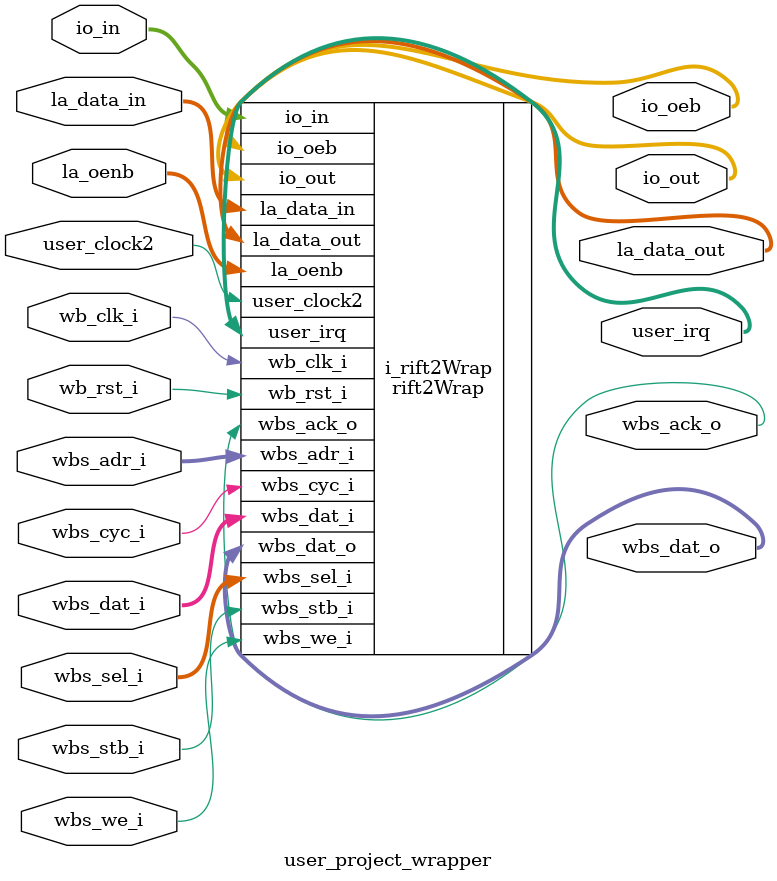
<source format=v>
module user_project_wrapper (user_clock2,
    wb_clk_i,
    wb_rst_i,
    wbs_ack_o,
    wbs_cyc_i,
    wbs_stb_i,
    wbs_we_i,
    io_in,
    io_oeb,
    io_out,
    la_data_in,
    la_data_out,
    la_oenb,
    user_irq,
    wbs_adr_i,
    wbs_dat_i,
    wbs_dat_o,
    wbs_sel_i);
 input user_clock2;
 input wb_clk_i;
 input wb_rst_i;
 output wbs_ack_o;
 input wbs_cyc_i;
 input wbs_stb_i;
 input wbs_we_i;
 input [37:0] io_in;
 output [37:0] io_oeb;
 output [37:0] io_out;
 input [63:0] la_data_in;
 output [63:0] la_data_out;
 input [63:0] la_oenb;
 output [2:0] user_irq;
 input [31:0] wbs_adr_i;
 input [31:0] wbs_dat_i;
 output [31:0] wbs_dat_o;
 input [3:0] wbs_sel_i;


 rift2Wrap i_rift2Wrap (.user_clock2(user_clock2),
    .wb_clk_i(wb_clk_i),
    .wb_rst_i(wb_rst_i),
    .wbs_ack_o(wbs_ack_o),
    .wbs_cyc_i(wbs_cyc_i),
    .wbs_stb_i(wbs_stb_i),
    .wbs_we_i(wbs_we_i),
    .io_in({io_in[37],
    io_in[36],
    io_in[35],
    io_in[34],
    io_in[33],
    io_in[32],
    io_in[31],
    io_in[30],
    io_in[29],
    io_in[28],
    io_in[27],
    io_in[26],
    io_in[25],
    io_in[24],
    io_in[23],
    io_in[22],
    io_in[21],
    io_in[20],
    io_in[19],
    io_in[18],
    io_in[17],
    io_in[16],
    io_in[15],
    io_in[14],
    io_in[13],
    io_in[12],
    io_in[11],
    io_in[10],
    io_in[9],
    io_in[8],
    io_in[7],
    io_in[6],
    io_in[5],
    io_in[4],
    io_in[3],
    io_in[2],
    io_in[1],
    io_in[0]}),
    .io_oeb({io_oeb[37],
    io_oeb[36],
    io_oeb[35],
    io_oeb[34],
    io_oeb[33],
    io_oeb[32],
    io_oeb[31],
    io_oeb[30],
    io_oeb[29],
    io_oeb[28],
    io_oeb[27],
    io_oeb[26],
    io_oeb[25],
    io_oeb[24],
    io_oeb[23],
    io_oeb[22],
    io_oeb[21],
    io_oeb[20],
    io_oeb[19],
    io_oeb[18],
    io_oeb[17],
    io_oeb[16],
    io_oeb[15],
    io_oeb[14],
    io_oeb[13],
    io_oeb[12],
    io_oeb[11],
    io_oeb[10],
    io_oeb[9],
    io_oeb[8],
    io_oeb[7],
    io_oeb[6],
    io_oeb[5],
    io_oeb[4],
    io_oeb[3],
    io_oeb[2],
    io_oeb[1],
    io_oeb[0]}),
    .io_out({io_out[37],
    io_out[36],
    io_out[35],
    io_out[34],
    io_out[33],
    io_out[32],
    io_out[31],
    io_out[30],
    io_out[29],
    io_out[28],
    io_out[27],
    io_out[26],
    io_out[25],
    io_out[24],
    io_out[23],
    io_out[22],
    io_out[21],
    io_out[20],
    io_out[19],
    io_out[18],
    io_out[17],
    io_out[16],
    io_out[15],
    io_out[14],
    io_out[13],
    io_out[12],
    io_out[11],
    io_out[10],
    io_out[9],
    io_out[8],
    io_out[7],
    io_out[6],
    io_out[5],
    io_out[4],
    io_out[3],
    io_out[2],
    io_out[1],
    io_out[0]}),
    .la_data_in({la_data_in[63],
    la_data_in[62],
    la_data_in[61],
    la_data_in[60],
    la_data_in[59],
    la_data_in[58],
    la_data_in[57],
    la_data_in[56],
    la_data_in[55],
    la_data_in[54],
    la_data_in[53],
    la_data_in[52],
    la_data_in[51],
    la_data_in[50],
    la_data_in[49],
    la_data_in[48],
    la_data_in[47],
    la_data_in[46],
    la_data_in[45],
    la_data_in[44],
    la_data_in[43],
    la_data_in[42],
    la_data_in[41],
    la_data_in[40],
    la_data_in[39],
    la_data_in[38],
    la_data_in[37],
    la_data_in[36],
    la_data_in[35],
    la_data_in[34],
    la_data_in[33],
    la_data_in[32],
    la_data_in[31],
    la_data_in[30],
    la_data_in[29],
    la_data_in[28],
    la_data_in[27],
    la_data_in[26],
    la_data_in[25],
    la_data_in[24],
    la_data_in[23],
    la_data_in[22],
    la_data_in[21],
    la_data_in[20],
    la_data_in[19],
    la_data_in[18],
    la_data_in[17],
    la_data_in[16],
    la_data_in[15],
    la_data_in[14],
    la_data_in[13],
    la_data_in[12],
    la_data_in[11],
    la_data_in[10],
    la_data_in[9],
    la_data_in[8],
    la_data_in[7],
    la_data_in[6],
    la_data_in[5],
    la_data_in[4],
    la_data_in[3],
    la_data_in[2],
    la_data_in[1],
    la_data_in[0]}),
    .la_data_out({la_data_out[63],
    la_data_out[62],
    la_data_out[61],
    la_data_out[60],
    la_data_out[59],
    la_data_out[58],
    la_data_out[57],
    la_data_out[56],
    la_data_out[55],
    la_data_out[54],
    la_data_out[53],
    la_data_out[52],
    la_data_out[51],
    la_data_out[50],
    la_data_out[49],
    la_data_out[48],
    la_data_out[47],
    la_data_out[46],
    la_data_out[45],
    la_data_out[44],
    la_data_out[43],
    la_data_out[42],
    la_data_out[41],
    la_data_out[40],
    la_data_out[39],
    la_data_out[38],
    la_data_out[37],
    la_data_out[36],
    la_data_out[35],
    la_data_out[34],
    la_data_out[33],
    la_data_out[32],
    la_data_out[31],
    la_data_out[30],
    la_data_out[29],
    la_data_out[28],
    la_data_out[27],
    la_data_out[26],
    la_data_out[25],
    la_data_out[24],
    la_data_out[23],
    la_data_out[22],
    la_data_out[21],
    la_data_out[20],
    la_data_out[19],
    la_data_out[18],
    la_data_out[17],
    la_data_out[16],
    la_data_out[15],
    la_data_out[14],
    la_data_out[13],
    la_data_out[12],
    la_data_out[11],
    la_data_out[10],
    la_data_out[9],
    la_data_out[8],
    la_data_out[7],
    la_data_out[6],
    la_data_out[5],
    la_data_out[4],
    la_data_out[3],
    la_data_out[2],
    la_data_out[1],
    la_data_out[0]}),
    .la_oenb({la_oenb[63],
    la_oenb[62],
    la_oenb[61],
    la_oenb[60],
    la_oenb[59],
    la_oenb[58],
    la_oenb[57],
    la_oenb[56],
    la_oenb[55],
    la_oenb[54],
    la_oenb[53],
    la_oenb[52],
    la_oenb[51],
    la_oenb[50],
    la_oenb[49],
    la_oenb[48],
    la_oenb[47],
    la_oenb[46],
    la_oenb[45],
    la_oenb[44],
    la_oenb[43],
    la_oenb[42],
    la_oenb[41],
    la_oenb[40],
    la_oenb[39],
    la_oenb[38],
    la_oenb[37],
    la_oenb[36],
    la_oenb[35],
    la_oenb[34],
    la_oenb[33],
    la_oenb[32],
    la_oenb[31],
    la_oenb[30],
    la_oenb[29],
    la_oenb[28],
    la_oenb[27],
    la_oenb[26],
    la_oenb[25],
    la_oenb[24],
    la_oenb[23],
    la_oenb[22],
    la_oenb[21],
    la_oenb[20],
    la_oenb[19],
    la_oenb[18],
    la_oenb[17],
    la_oenb[16],
    la_oenb[15],
    la_oenb[14],
    la_oenb[13],
    la_oenb[12],
    la_oenb[11],
    la_oenb[10],
    la_oenb[9],
    la_oenb[8],
    la_oenb[7],
    la_oenb[6],
    la_oenb[5],
    la_oenb[4],
    la_oenb[3],
    la_oenb[2],
    la_oenb[1],
    la_oenb[0]}),
    .user_irq({user_irq[2],
    user_irq[1],
    user_irq[0]}),
    .wbs_adr_i({wbs_adr_i[31],
    wbs_adr_i[30],
    wbs_adr_i[29],
    wbs_adr_i[28],
    wbs_adr_i[27],
    wbs_adr_i[26],
    wbs_adr_i[25],
    wbs_adr_i[24],
    wbs_adr_i[23],
    wbs_adr_i[22],
    wbs_adr_i[21],
    wbs_adr_i[20],
    wbs_adr_i[19],
    wbs_adr_i[18],
    wbs_adr_i[17],
    wbs_adr_i[16],
    wbs_adr_i[15],
    wbs_adr_i[14],
    wbs_adr_i[13],
    wbs_adr_i[12],
    wbs_adr_i[11],
    wbs_adr_i[10],
    wbs_adr_i[9],
    wbs_adr_i[8],
    wbs_adr_i[7],
    wbs_adr_i[6],
    wbs_adr_i[5],
    wbs_adr_i[4],
    wbs_adr_i[3],
    wbs_adr_i[2],
    wbs_adr_i[1],
    wbs_adr_i[0]}),
    .wbs_dat_i({wbs_dat_i[31],
    wbs_dat_i[30],
    wbs_dat_i[29],
    wbs_dat_i[28],
    wbs_dat_i[27],
    wbs_dat_i[26],
    wbs_dat_i[25],
    wbs_dat_i[24],
    wbs_dat_i[23],
    wbs_dat_i[22],
    wbs_dat_i[21],
    wbs_dat_i[20],
    wbs_dat_i[19],
    wbs_dat_i[18],
    wbs_dat_i[17],
    wbs_dat_i[16],
    wbs_dat_i[15],
    wbs_dat_i[14],
    wbs_dat_i[13],
    wbs_dat_i[12],
    wbs_dat_i[11],
    wbs_dat_i[10],
    wbs_dat_i[9],
    wbs_dat_i[8],
    wbs_dat_i[7],
    wbs_dat_i[6],
    wbs_dat_i[5],
    wbs_dat_i[4],
    wbs_dat_i[3],
    wbs_dat_i[2],
    wbs_dat_i[1],
    wbs_dat_i[0]}),
    .wbs_dat_o({wbs_dat_o[31],
    wbs_dat_o[30],
    wbs_dat_o[29],
    wbs_dat_o[28],
    wbs_dat_o[27],
    wbs_dat_o[26],
    wbs_dat_o[25],
    wbs_dat_o[24],
    wbs_dat_o[23],
    wbs_dat_o[22],
    wbs_dat_o[21],
    wbs_dat_o[20],
    wbs_dat_o[19],
    wbs_dat_o[18],
    wbs_dat_o[17],
    wbs_dat_o[16],
    wbs_dat_o[15],
    wbs_dat_o[14],
    wbs_dat_o[13],
    wbs_dat_o[12],
    wbs_dat_o[11],
    wbs_dat_o[10],
    wbs_dat_o[9],
    wbs_dat_o[8],
    wbs_dat_o[7],
    wbs_dat_o[6],
    wbs_dat_o[5],
    wbs_dat_o[4],
    wbs_dat_o[3],
    wbs_dat_o[2],
    wbs_dat_o[1],
    wbs_dat_o[0]}),
    .wbs_sel_i({wbs_sel_i[3],
    wbs_sel_i[2],
    wbs_sel_i[1],
    wbs_sel_i[0]}));
endmodule


</source>
